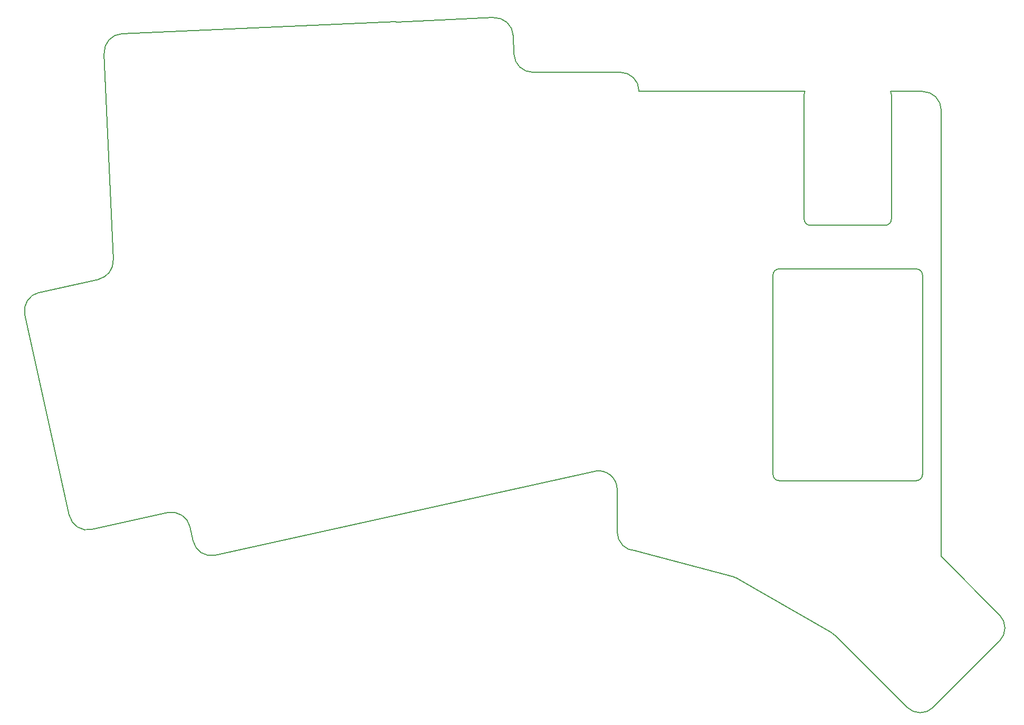
<source format=gbr>
%TF.GenerationSoftware,KiCad,Pcbnew,8.0.6*%
%TF.CreationDate,2024-10-22T01:49:15-07:00*%
%TF.ProjectId,lintilla,6c696e74-696c-46c6-912e-6b696361645f,v1.0*%
%TF.SameCoordinates,Original*%
%TF.FileFunction,Profile,NP*%
%FSLAX46Y46*%
G04 Gerber Fmt 4.6, Leading zero omitted, Abs format (unit mm)*
G04 Created by KiCad (PCBNEW 8.0.6) date 2024-10-22 01:49:15*
%MOMM*%
%LPD*%
G01*
G04 APERTURE LIST*
%TA.AperFunction,Profile*%
%ADD10C,0.150000*%
%TD*%
G04 APERTURE END LIST*
D10*
X176180182Y-101991788D02*
X176180178Y-69991791D01*
X62703455Y-114967150D02*
X123530867Y-101482039D01*
X34398966Y-72768066D02*
X43951623Y-70650304D01*
X158180179Y-61991792D02*
X170180178Y-61991784D01*
X152180186Y-69991786D02*
G75*
G02*
X153180186Y-68991786I1000014J-14D01*
G01*
X91672987Y-29312709D02*
X91673655Y-29328131D01*
X130198215Y-114251780D02*
X145896336Y-118458091D01*
X157180181Y-40991789D02*
G75*
G02*
X157314145Y-40491787I1000119J-11D01*
G01*
X177920520Y-139381629D02*
X188527129Y-128775035D01*
X130180182Y-114251791D02*
G75*
G02*
X127180209Y-111251785I18J2999991D01*
G01*
X62703455Y-114967150D02*
G75*
G02*
X59125279Y-112687585I-649255J2928950D01*
G01*
X175180184Y-68991793D02*
G75*
G02*
X176180207Y-69991791I16J-1000007D01*
G01*
X171046205Y-40491786D02*
G75*
G02*
X171180213Y-40991792I-866205J-500114D01*
G01*
X179164254Y-115169534D02*
X188527127Y-124532391D01*
X42840108Y-110843616D02*
G75*
G02*
X39261894Y-108564055I-649308J2928916D01*
G01*
X123530867Y-101482039D02*
G75*
G02*
X127180153Y-104410920I649233J-2928961D01*
G01*
X179180177Y-114991788D02*
X179180176Y-43491793D01*
X188527127Y-124532391D02*
G75*
G02*
X188527115Y-128775021I-2121427J-2121309D01*
G01*
X146619888Y-118757787D02*
X161501213Y-127349530D01*
X58622021Y-110417695D02*
X59125236Y-112687594D01*
X162122532Y-127826280D02*
X173677877Y-139381635D01*
X46299445Y-67590551D02*
G75*
G02*
X43951619Y-70650288I-2997145J-130849D01*
G01*
X161501213Y-127349530D02*
G75*
G02*
X162122523Y-127826289I-1499813J-2597770D01*
G01*
X127680177Y-37408455D02*
G75*
G02*
X130680145Y-40408461I23J-2999945D01*
G01*
X158180179Y-61991792D02*
G75*
G02*
X157180208Y-60991790I21J999992D01*
G01*
X157180181Y-40991789D02*
X157180177Y-60991790D01*
X153180185Y-102991794D02*
X175180185Y-102991789D01*
X171180179Y-60991789D02*
G75*
G02*
X170180178Y-61991779I-999979J-11D01*
G01*
X177920520Y-139381629D02*
G75*
G02*
X173677881Y-139381630I-2121320J2121329D01*
G01*
X113615250Y-37408455D02*
X127680177Y-37408455D01*
X152180186Y-69991786D02*
X152180177Y-101991784D01*
X44848568Y-34359970D02*
G75*
G02*
X47714861Y-31231965I2997112J130890D01*
G01*
X175180184Y-68991793D02*
X153180186Y-68991790D01*
X32119398Y-76346289D02*
G75*
G02*
X34398965Y-72768063I2928992J649269D01*
G01*
X32119398Y-76346289D02*
X39261902Y-108564053D01*
X55043805Y-108138112D02*
G75*
G02*
X58622030Y-110417693I649395J-2928788D01*
G01*
X171180179Y-60991789D02*
X171180193Y-40991792D01*
X107357827Y-28643346D02*
X91673655Y-29328131D01*
X113615250Y-37408455D02*
G75*
G02*
X110618103Y-34539309I50J3000055D01*
G01*
X130680192Y-40491786D02*
X130680176Y-40408461D01*
X176180182Y-101991788D02*
G75*
G02*
X175180185Y-102991782I-999982J-12D01*
G01*
X44848568Y-34359970D02*
X46299445Y-67590551D01*
X107357827Y-28643346D02*
G75*
G02*
X110485750Y-31509639I130773J-2997154D01*
G01*
X153180185Y-102991794D02*
G75*
G02*
X152180206Y-101991784I15J999994D01*
G01*
X110618104Y-34539309D02*
X110485828Y-31509636D01*
X171046205Y-40491786D02*
X176180181Y-40491794D01*
X179180177Y-114991788D02*
G75*
G02*
X179164257Y-115169534I-1000077J-12D01*
G01*
X145896336Y-118458091D02*
G75*
G02*
X146619894Y-118757776I-776836J-2898909D01*
G01*
X42840108Y-110843616D02*
X55043805Y-108138112D01*
X130198215Y-114251780D02*
X130180182Y-114251791D01*
X127180177Y-111251785D02*
X127180179Y-104410920D01*
X176180181Y-40491794D02*
G75*
G02*
X179180206Y-43491793I19J-3000006D01*
G01*
X130680192Y-40491786D02*
X157314152Y-40491791D01*
X47714861Y-31231960D02*
X91672987Y-29312709D01*
M02*

</source>
